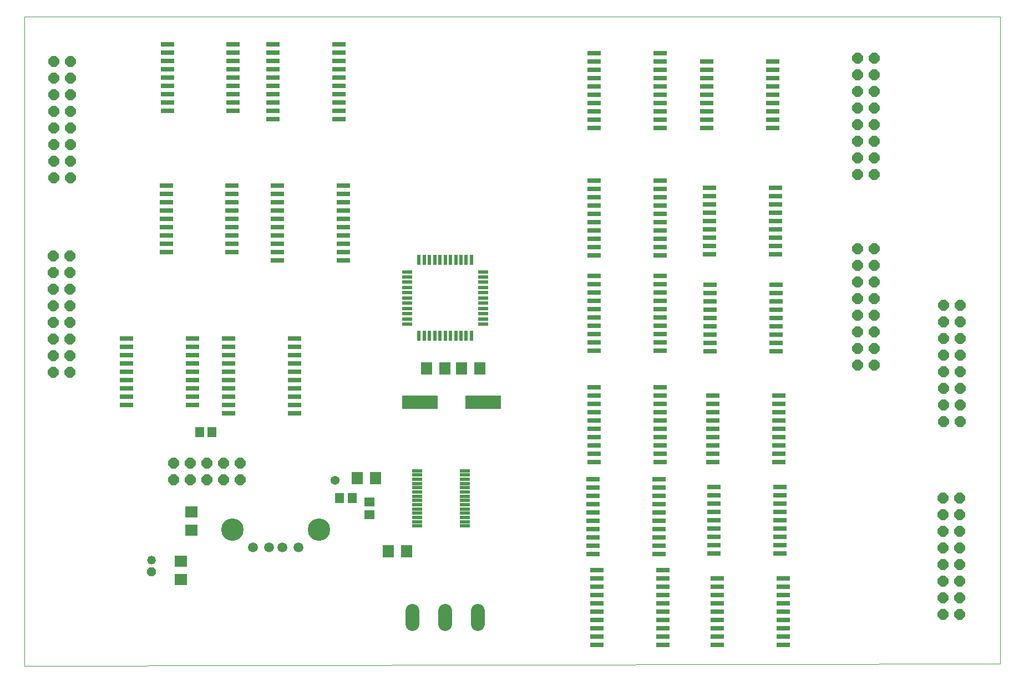
<source format=gts>
G75*
G70*
%OFA0B0*%
%FSLAX24Y24*%
%IPPOS*%
%LPD*%
%AMOC8*
5,1,8,0,0,1.08239X$1,22.5*
%
%ADD10C,0.0000*%
%ADD11R,0.0237X0.0631*%
%ADD12R,0.0631X0.0237*%
%ADD13R,0.0840X0.0300*%
%ADD14OC8,0.0634*%
%ADD15R,0.2140X0.0800*%
%ADD16R,0.0552X0.0631*%
%ADD17R,0.0749X0.0670*%
%ADD18OC8,0.0520*%
%ADD19C,0.0520*%
%ADD20R,0.0670X0.0749*%
%ADD21R,0.0631X0.0197*%
%ADD22C,0.1346*%
%ADD23C,0.0594*%
%ADD24R,0.0631X0.0552*%
%ADD25C,0.0820*%
%ADD26R,0.0750X0.0670*%
%ADD27C,0.0540*%
D10*
X000250Y000210D02*
X000260Y039250D01*
X058872Y039280D01*
X058872Y000320D01*
X000250Y000210D01*
D11*
X023965Y020057D03*
X024280Y020057D03*
X024595Y020057D03*
X024910Y020057D03*
X025225Y020057D03*
X025540Y020057D03*
X025855Y020057D03*
X026170Y020057D03*
X026485Y020057D03*
X026800Y020057D03*
X027115Y020057D03*
X027115Y024623D03*
X026800Y024623D03*
X026485Y024623D03*
X026170Y024623D03*
X025855Y024623D03*
X025540Y024623D03*
X025225Y024623D03*
X024910Y024623D03*
X024595Y024623D03*
X024280Y024623D03*
X023965Y024623D03*
D12*
X023257Y023915D03*
X023257Y023600D03*
X023257Y023285D03*
X023257Y022970D03*
X023257Y022655D03*
X023257Y022340D03*
X023257Y022025D03*
X023257Y021710D03*
X023257Y021395D03*
X023257Y021080D03*
X023257Y020765D03*
X027823Y020765D03*
X027823Y021080D03*
X027823Y021395D03*
X027823Y021710D03*
X027823Y022025D03*
X027823Y022340D03*
X027823Y022655D03*
X027823Y022970D03*
X027823Y023285D03*
X027823Y023600D03*
X027823Y023915D03*
D13*
X034500Y023660D03*
X034500Y023160D03*
X034500Y022660D03*
X034500Y022160D03*
X034500Y021660D03*
X034500Y021160D03*
X034500Y020660D03*
X034500Y020160D03*
X034500Y019660D03*
X034500Y019160D03*
X034480Y016970D03*
X034480Y016470D03*
X034480Y015970D03*
X034480Y015470D03*
X034480Y014970D03*
X034480Y014470D03*
X034480Y013970D03*
X034480Y013470D03*
X034480Y012970D03*
X034480Y012470D03*
X034430Y011430D03*
X034430Y010930D03*
X034430Y010430D03*
X034430Y009930D03*
X034430Y009430D03*
X034430Y008930D03*
X034430Y008430D03*
X034430Y007930D03*
X034430Y007430D03*
X034430Y006930D03*
X034650Y005950D03*
X034650Y005450D03*
X034650Y004950D03*
X034650Y004450D03*
X034650Y003950D03*
X034650Y003450D03*
X034650Y002950D03*
X034650Y002450D03*
X034650Y001950D03*
X034650Y001450D03*
X038610Y001450D03*
X038610Y001950D03*
X038610Y002450D03*
X038610Y002950D03*
X038610Y003450D03*
X038610Y003950D03*
X038610Y004450D03*
X038610Y004950D03*
X038610Y005450D03*
X038610Y005950D03*
X038390Y006930D03*
X038390Y007430D03*
X038390Y007930D03*
X038390Y008430D03*
X038390Y008930D03*
X038390Y009430D03*
X038390Y009930D03*
X038390Y010430D03*
X038390Y010930D03*
X038390Y011430D03*
X038440Y012470D03*
X038440Y012970D03*
X038440Y013470D03*
X038440Y013970D03*
X038440Y014470D03*
X038440Y014970D03*
X038440Y015470D03*
X038440Y015970D03*
X038440Y016470D03*
X038440Y016970D03*
X038460Y019160D03*
X038460Y019660D03*
X038460Y020160D03*
X038460Y020660D03*
X038460Y021160D03*
X038460Y021660D03*
X038460Y022160D03*
X038460Y022660D03*
X038460Y023160D03*
X038460Y023660D03*
X038440Y024910D03*
X038440Y025410D03*
X038440Y025910D03*
X038440Y026410D03*
X038440Y026910D03*
X038440Y027410D03*
X038440Y027910D03*
X038440Y028410D03*
X038440Y028910D03*
X038440Y029410D03*
X041430Y028960D03*
X041430Y028460D03*
X041430Y027960D03*
X041430Y027460D03*
X041430Y026960D03*
X041430Y026460D03*
X041430Y025960D03*
X041430Y025460D03*
X041430Y024960D03*
X041460Y023140D03*
X041460Y022640D03*
X041460Y022140D03*
X041460Y021640D03*
X041460Y021140D03*
X041460Y020640D03*
X041460Y020140D03*
X041460Y019640D03*
X041460Y019140D03*
X045420Y019140D03*
X045420Y019640D03*
X045420Y020140D03*
X045420Y020640D03*
X045420Y021140D03*
X045420Y021640D03*
X045420Y022140D03*
X045420Y022640D03*
X045420Y023140D03*
X045390Y024960D03*
X045390Y025460D03*
X045390Y025960D03*
X045390Y026460D03*
X045390Y026960D03*
X045390Y027460D03*
X045390Y027960D03*
X045390Y028460D03*
X045390Y028960D03*
X045220Y032570D03*
X045220Y033070D03*
X045220Y033570D03*
X045220Y034070D03*
X045220Y034570D03*
X045220Y035070D03*
X045220Y035570D03*
X045220Y036070D03*
X045220Y036570D03*
X041260Y036570D03*
X041260Y036070D03*
X041260Y035570D03*
X041260Y035070D03*
X041260Y034570D03*
X041260Y034070D03*
X041260Y033570D03*
X041260Y033070D03*
X041260Y032570D03*
X038460Y032580D03*
X038460Y033080D03*
X038460Y033580D03*
X038460Y034080D03*
X038460Y034580D03*
X038460Y035080D03*
X038460Y035580D03*
X038460Y036080D03*
X038460Y036580D03*
X038460Y037080D03*
X034500Y037080D03*
X034500Y036580D03*
X034500Y036080D03*
X034500Y035580D03*
X034500Y035080D03*
X034500Y034580D03*
X034500Y034080D03*
X034500Y033580D03*
X034500Y033080D03*
X034500Y032580D03*
X034480Y029410D03*
X034480Y028910D03*
X034480Y028410D03*
X034480Y027910D03*
X034480Y027410D03*
X034480Y026910D03*
X034480Y026410D03*
X034480Y025910D03*
X034480Y025410D03*
X034480Y024910D03*
X041630Y016470D03*
X041630Y015970D03*
X041630Y015470D03*
X041630Y014970D03*
X041630Y014470D03*
X041630Y013970D03*
X041630Y013470D03*
X041630Y012970D03*
X041630Y012470D03*
X041680Y010950D03*
X041680Y010450D03*
X041680Y009950D03*
X041680Y009450D03*
X041680Y008950D03*
X041680Y008450D03*
X041680Y007950D03*
X041680Y007450D03*
X041680Y006950D03*
X041900Y005450D03*
X041900Y004950D03*
X041900Y004450D03*
X041900Y003950D03*
X041900Y003450D03*
X041900Y002950D03*
X041900Y002450D03*
X041900Y001950D03*
X041900Y001450D03*
X045860Y001450D03*
X045860Y001950D03*
X045860Y002450D03*
X045860Y002950D03*
X045860Y003450D03*
X045860Y003950D03*
X045860Y004450D03*
X045860Y004950D03*
X045860Y005450D03*
X045640Y006950D03*
X045640Y007450D03*
X045640Y007950D03*
X045640Y008450D03*
X045640Y008950D03*
X045640Y009450D03*
X045640Y009950D03*
X045640Y010450D03*
X045640Y010950D03*
X045590Y012470D03*
X045590Y012970D03*
X045590Y013470D03*
X045590Y013970D03*
X045590Y014470D03*
X045590Y014970D03*
X045590Y015470D03*
X045590Y015970D03*
X045590Y016470D03*
X019410Y024600D03*
X019410Y025100D03*
X019410Y025600D03*
X019410Y026100D03*
X019410Y026600D03*
X019410Y027100D03*
X019410Y027600D03*
X019410Y028100D03*
X019410Y028600D03*
X019410Y029100D03*
X015450Y029100D03*
X015450Y028600D03*
X015450Y028100D03*
X015450Y027600D03*
X015450Y027100D03*
X015450Y026600D03*
X015450Y026100D03*
X015450Y025600D03*
X015450Y025100D03*
X015450Y024600D03*
X012730Y025110D03*
X012730Y025610D03*
X012730Y026110D03*
X012730Y026610D03*
X012730Y027110D03*
X012730Y027610D03*
X012730Y028110D03*
X012730Y028610D03*
X012730Y029110D03*
X008770Y029110D03*
X008770Y028610D03*
X008770Y028110D03*
X008770Y027610D03*
X008770Y027110D03*
X008770Y026610D03*
X008770Y026110D03*
X008770Y025610D03*
X008770Y025110D03*
X010360Y019890D03*
X010360Y019390D03*
X010360Y018890D03*
X010360Y018390D03*
X010360Y017890D03*
X010360Y017390D03*
X010360Y016890D03*
X010360Y016390D03*
X010360Y015890D03*
X012510Y015900D03*
X012510Y016400D03*
X012510Y016900D03*
X012510Y017400D03*
X012510Y017900D03*
X012510Y018400D03*
X012510Y018900D03*
X012510Y019400D03*
X012510Y019900D03*
X016470Y019900D03*
X016470Y019400D03*
X016470Y018900D03*
X016470Y018400D03*
X016470Y017900D03*
X016470Y017400D03*
X016470Y016900D03*
X016470Y016400D03*
X016470Y015900D03*
X016470Y015400D03*
X012510Y015400D03*
X006400Y015890D03*
X006400Y016390D03*
X006400Y016890D03*
X006400Y017390D03*
X006400Y017890D03*
X006400Y018390D03*
X006400Y018890D03*
X006400Y019390D03*
X006400Y019890D03*
X015190Y033090D03*
X015190Y033590D03*
X015190Y034090D03*
X015190Y034590D03*
X015190Y035090D03*
X015190Y035590D03*
X015190Y036090D03*
X015190Y036590D03*
X015190Y037090D03*
X015190Y037590D03*
X012800Y037590D03*
X012800Y037090D03*
X012800Y036590D03*
X012800Y036090D03*
X012800Y035590D03*
X012800Y035090D03*
X012800Y034590D03*
X012800Y034090D03*
X012800Y033590D03*
X008840Y033590D03*
X008840Y034090D03*
X008840Y034590D03*
X008840Y035090D03*
X008840Y035590D03*
X008840Y036090D03*
X008840Y036590D03*
X008840Y037090D03*
X008840Y037590D03*
X019150Y037590D03*
X019150Y037090D03*
X019150Y036590D03*
X019150Y036090D03*
X019150Y035590D03*
X019150Y035090D03*
X019150Y034590D03*
X019150Y034090D03*
X019150Y033590D03*
X019150Y033090D03*
D14*
X003020Y033570D03*
X003020Y032570D03*
X002020Y032570D03*
X002020Y033570D03*
X002020Y034570D03*
X002020Y035570D03*
X003020Y035570D03*
X003020Y034570D03*
X003020Y036570D03*
X002020Y036570D03*
X002020Y031570D03*
X002020Y030570D03*
X003020Y030570D03*
X003020Y031570D03*
X003020Y029570D03*
X002020Y029570D03*
X002000Y024860D03*
X002000Y023860D03*
X003000Y023860D03*
X003000Y024860D03*
X003000Y022860D03*
X003000Y021860D03*
X002000Y021860D03*
X002000Y022860D03*
X002000Y020860D03*
X002000Y019860D03*
X003000Y019860D03*
X003000Y020860D03*
X003000Y018860D03*
X003000Y017860D03*
X002000Y017860D03*
X002000Y018860D03*
X009220Y012410D03*
X010220Y012410D03*
X011220Y012410D03*
X012220Y012410D03*
X013220Y012410D03*
X013220Y011410D03*
X012220Y011410D03*
X011220Y011410D03*
X010220Y011410D03*
X009220Y011410D03*
X050320Y018290D03*
X050320Y019290D03*
X051320Y019290D03*
X051320Y018290D03*
X051320Y020290D03*
X051320Y021290D03*
X050320Y021290D03*
X050320Y020290D03*
X050320Y022290D03*
X050320Y023290D03*
X051320Y023290D03*
X051320Y022290D03*
X051320Y024290D03*
X051320Y025290D03*
X050320Y025290D03*
X050320Y024290D03*
X055470Y021900D03*
X056470Y021900D03*
X056470Y020900D03*
X056470Y019900D03*
X055470Y019900D03*
X055470Y020900D03*
X055470Y018900D03*
X055470Y017900D03*
X056470Y017900D03*
X056470Y018900D03*
X056470Y016900D03*
X056470Y015900D03*
X055470Y015900D03*
X055470Y016900D03*
X055470Y014900D03*
X056470Y014900D03*
X056450Y010290D03*
X055450Y010290D03*
X055450Y009290D03*
X056450Y009290D03*
X056450Y008290D03*
X056450Y007290D03*
X055450Y007290D03*
X055450Y008290D03*
X055450Y006290D03*
X055450Y005290D03*
X056450Y005290D03*
X056450Y006290D03*
X056450Y004290D03*
X056450Y003290D03*
X055450Y003290D03*
X055450Y004290D03*
X051330Y029760D03*
X050330Y029760D03*
X050330Y030760D03*
X051330Y030760D03*
X051330Y031760D03*
X050330Y031760D03*
X050330Y032760D03*
X051330Y032760D03*
X051330Y033760D03*
X050330Y033760D03*
X050330Y034760D03*
X051330Y034760D03*
X051330Y035760D03*
X050330Y035760D03*
X050330Y036760D03*
X051330Y036760D03*
D15*
X027810Y016080D03*
X024010Y016080D03*
D16*
X019944Y010290D03*
X019196Y010290D03*
X011534Y014250D03*
X010786Y014250D03*
D17*
X009660Y006511D03*
X009660Y005409D03*
D18*
X007900Y005880D03*
D19*
X007900Y006580D03*
D20*
X020239Y011490D03*
X021341Y011490D03*
X022119Y007100D03*
X023221Y007100D03*
X024419Y018110D03*
X025521Y018110D03*
X026509Y018110D03*
X027611Y018110D03*
D21*
X026707Y011943D03*
X026707Y011687D03*
X026707Y011432D03*
X026707Y011176D03*
X026707Y010920D03*
X026707Y010664D03*
X026707Y010408D03*
X026707Y010152D03*
X026707Y009896D03*
X026707Y009640D03*
X026707Y009384D03*
X026707Y009128D03*
X026707Y008873D03*
X026707Y008617D03*
X023853Y008617D03*
X023853Y008873D03*
X023853Y009128D03*
X023853Y009384D03*
X023853Y009640D03*
X023853Y009896D03*
X023853Y010152D03*
X023853Y010408D03*
X023853Y010664D03*
X023853Y010920D03*
X023853Y011176D03*
X023853Y011432D03*
X023853Y011687D03*
X023853Y011943D03*
D22*
X017937Y008407D03*
X012763Y008407D03*
D23*
X013972Y007340D03*
X014956Y007340D03*
X015744Y007340D03*
X016728Y007340D03*
D24*
X020970Y009306D03*
X020970Y010054D03*
D25*
X023550Y003520D02*
X023550Y002740D01*
X025520Y002740D02*
X025520Y003520D01*
X027490Y003520D02*
X027490Y002740D01*
D26*
X010300Y008350D03*
X010300Y009470D03*
D27*
X018920Y011350D03*
M02*

</source>
